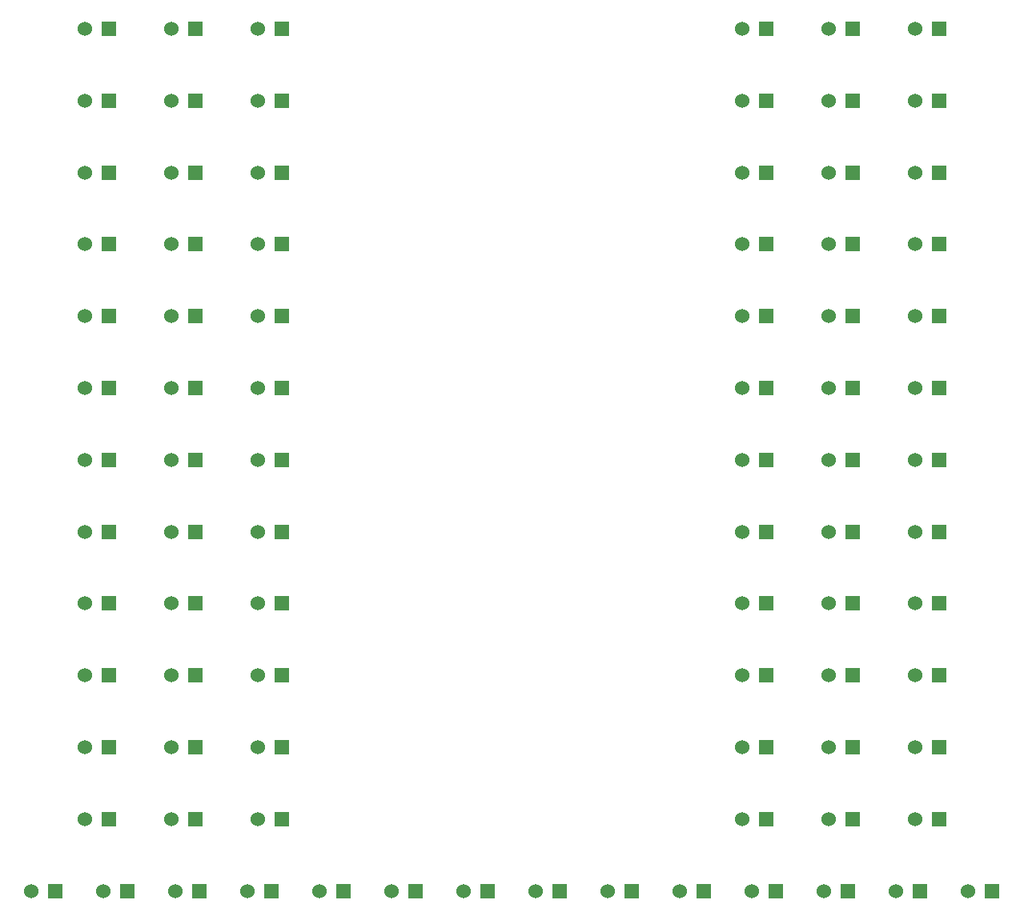
<source format=gbr>
G04 start of page 6 for group 9 layer_idx 0 *
G04 Title: liplight-art, bottom_mask *
G04 Creator: pcb-rnd 1.2.4 *
G04 CreationDate: 2017-09-08 03:23:09 UTC *
G04 For:  *
G04 Format: Gerber/RS-274X *
G04 PCB-Dimensions: 506299 506299 *
G04 PCB-Coordinate-Origin: lower left *
%MOIN*%
%FSLAX25Y25*%
%LNBOTTOMMASK*%
%ADD23C,0.0600*%
%ADD22C,0.0001*%
G54D22*G36*
X111409Y175441D02*Y169441D01*
X117409D01*
Y175441D01*
X111409D01*
G37*
G54D23*X104409Y172441D03*
G54D22*G36*
X111409Y205362D02*Y199362D01*
X117409D01*
Y205362D01*
X111409D01*
G37*
G54D23*X104409Y202362D03*
G54D22*G36*
X111409Y235283D02*Y229283D01*
X117409D01*
Y235283D01*
X111409D01*
G37*
G54D23*X104409Y232283D03*
G54D22*G36*
X111409Y265205D02*Y259205D01*
X117409D01*
Y265205D01*
X111409D01*
G37*
G54D23*X104409Y262205D03*
G54D22*G36*
X111409Y295126D02*Y289126D01*
X117409D01*
Y295126D01*
X111409D01*
G37*
G54D23*X104409Y292126D03*
G54D22*G36*
X111409Y325047D02*Y319047D01*
X117409D01*
Y325047D01*
X111409D01*
G37*
G36*
Y354969D02*Y348969D01*
X117409D01*
Y354969D01*
X111409D01*
G37*
G36*
Y384890D02*Y378890D01*
X117409D01*
Y384890D01*
X111409D01*
G37*
G36*
Y414811D02*Y408811D01*
X117409D01*
Y414811D01*
X111409D01*
G37*
G36*
Y444732D02*Y438732D01*
X117409D01*
Y444732D01*
X111409D01*
G37*
G54D23*X104409Y322047D03*
Y351969D03*
Y381890D03*
Y411811D03*
Y441732D03*
G54D22*G36*
X183378Y265205D02*Y259205D01*
X189378D01*
Y265205D01*
X183378D01*
G37*
G54D23*X176378Y262205D03*
G54D22*G36*
X183378Y295126D02*Y289126D01*
X189378D01*
Y295126D01*
X183378D01*
G37*
G54D23*X176378Y292126D03*
G54D22*G36*
X183378Y325047D02*Y319047D01*
X189378D01*
Y325047D01*
X183378D01*
G37*
G54D23*X176378Y322047D03*
G54D22*G36*
X183378Y354969D02*Y348969D01*
X189378D01*
Y354969D01*
X183378D01*
G37*
G54D23*X176378Y351969D03*
G54D22*G36*
X183378Y384890D02*Y378890D01*
X189378D01*
Y384890D01*
X183378D01*
G37*
G54D23*X176378Y381890D03*
G54D22*G36*
X183378Y414811D02*Y408811D01*
X189378D01*
Y414811D01*
X183378D01*
G37*
G36*
Y444732D02*Y438732D01*
X189378D01*
Y444732D01*
X183378D01*
G37*
G54D23*X176378Y411811D03*
Y441732D03*
G54D22*G36*
X147394Y265205D02*Y259205D01*
X153394D01*
Y265205D01*
X147394D01*
G37*
G36*
Y295126D02*Y289126D01*
X153394D01*
Y295126D01*
X147394D01*
G37*
G36*
Y325047D02*Y319047D01*
X153394D01*
Y325047D01*
X147394D01*
G37*
G54D23*X140394Y262205D03*
Y292126D03*
Y322047D03*
Y351969D03*
Y381890D03*
Y411811D03*
G54D22*G36*
X147394Y354969D02*Y348969D01*
X153394D01*
Y354969D01*
X147394D01*
G37*
G36*
Y384890D02*Y378890D01*
X153394D01*
Y384890D01*
X147394D01*
G37*
G36*
Y414811D02*Y408811D01*
X153394D01*
Y414811D01*
X147394D01*
G37*
G36*
Y444732D02*Y438732D01*
X153394D01*
Y444732D01*
X147394D01*
G37*
G54D23*X140394Y441732D03*
G54D22*G36*
X89362Y85598D02*Y79598D01*
X95362D01*
Y85598D01*
X89362D01*
G37*
G54D23*X82362Y82598D03*
X112362D03*
G54D22*G36*
X119362Y85598D02*Y79598D01*
X125362D01*
Y85598D01*
X119362D01*
G37*
G36*
X149362D02*Y79598D01*
X155362D01*
Y85598D01*
X149362D01*
G37*
G54D23*X142362Y82598D03*
G54D22*G36*
X111409Y115598D02*Y109598D01*
X117409D01*
Y115598D01*
X111409D01*
G37*
G36*
X147394D02*Y109598D01*
X153394D01*
Y115598D01*
X147394D01*
G37*
G54D23*X140394Y112598D03*
X104409D03*
G54D22*G36*
X111409Y145520D02*Y139520D01*
X117409D01*
Y145520D01*
X111409D01*
G37*
G54D23*X104409Y142520D03*
G54D22*G36*
X147394Y145520D02*Y139520D01*
X153394D01*
Y145520D01*
X147394D01*
G37*
G54D23*X140394Y142520D03*
G54D22*G36*
X147394Y175441D02*Y169441D01*
X153394D01*
Y175441D01*
X147394D01*
G37*
G54D23*X140394Y172441D03*
G54D22*G36*
X147394Y205362D02*Y199362D01*
X153394D01*
Y205362D01*
X147394D01*
G37*
G54D23*X140394Y202362D03*
G54D22*G36*
X147394Y235283D02*Y229283D01*
X153394D01*
Y235283D01*
X147394D01*
G37*
G54D23*X140394Y232283D03*
G54D22*G36*
X183378Y115598D02*Y109598D01*
X189378D01*
Y115598D01*
X183378D01*
G37*
G36*
Y145520D02*Y139520D01*
X189378D01*
Y145520D01*
X183378D01*
G37*
G54D23*X176378Y142520D03*
G54D22*G36*
X183378Y175441D02*Y169441D01*
X189378D01*
Y175441D01*
X183378D01*
G37*
G54D23*X176378Y172441D03*
G54D22*G36*
X183378Y205362D02*Y199362D01*
X189378D01*
Y205362D01*
X183378D01*
G37*
G54D23*X176378Y202362D03*
G54D22*G36*
X183378Y235283D02*Y229283D01*
X189378D01*
Y235283D01*
X183378D01*
G37*
G54D23*X176378Y232283D03*
Y112598D03*
G54D22*G36*
X179362Y85598D02*Y79598D01*
X185362D01*
Y85598D01*
X179362D01*
G37*
G36*
X209362D02*Y79598D01*
X215362D01*
Y85598D01*
X209362D01*
G37*
G54D23*X202362Y82598D03*
X172362D03*
G54D22*G36*
X239362Y85598D02*Y79598D01*
X245362D01*
Y85598D01*
X239362D01*
G37*
G54D23*X232362Y82598D03*
G54D22*G36*
X269362Y85598D02*Y79598D01*
X275362D01*
Y85598D01*
X269362D01*
G37*
G54D23*X262362Y82598D03*
G54D22*G36*
X299362Y85598D02*Y79598D01*
X305362D01*
Y85598D01*
X299362D01*
G37*
G36*
X329362D02*Y79598D01*
X335362D01*
Y85598D01*
X329362D01*
G37*
G54D23*X322362Y82598D03*
X292362D03*
G54D22*G36*
X389362Y85598D02*Y79598D01*
X395362D01*
Y85598D01*
X389362D01*
G37*
G54D23*X382362Y82598D03*
G54D22*G36*
X419362Y85598D02*Y79598D01*
X425362D01*
Y85598D01*
X419362D01*
G37*
G54D23*X412362Y82598D03*
G54D22*G36*
X359362Y85598D02*Y79598D01*
X365362D01*
Y85598D01*
X359362D01*
G37*
G54D23*X352362Y82598D03*
G54D22*G36*
X385346Y115598D02*Y109598D01*
X391346D01*
Y115598D01*
X385346D01*
G37*
G54D23*X378346Y112598D03*
G54D22*G36*
X385346Y145520D02*Y139520D01*
X391346D01*
Y145520D01*
X385346D01*
G37*
G54D23*X378346Y142520D03*
G54D22*G36*
X385346Y175441D02*Y169441D01*
X391346D01*
Y175441D01*
X385346D01*
G37*
G54D23*X378346Y172441D03*
G54D22*G36*
X385346Y205362D02*Y199362D01*
X391346D01*
Y205362D01*
X385346D01*
G37*
G54D23*X378346Y202362D03*
G54D22*G36*
X385346Y235283D02*Y229283D01*
X391346D01*
Y235283D01*
X385346D01*
G37*
G54D23*X378346Y232283D03*
G54D22*G36*
X449362Y85598D02*Y79598D01*
X455362D01*
Y85598D01*
X449362D01*
G37*
G54D23*X442362Y82598D03*
G54D22*G36*
X479362Y85598D02*Y79598D01*
X485362D01*
Y85598D01*
X479362D01*
G37*
G54D23*X472362Y82598D03*
G54D22*G36*
X457315Y115598D02*Y109598D01*
X463315D01*
Y115598D01*
X457315D01*
G37*
G54D23*X450315Y112598D03*
G54D22*G36*
X457315Y145520D02*Y139520D01*
X463315D01*
Y145520D01*
X457315D01*
G37*
G54D23*X450315Y142520D03*
G54D22*G36*
X421331Y115598D02*Y109598D01*
X427331D01*
Y115598D01*
X421331D01*
G37*
G54D23*X414331Y112598D03*
G54D22*G36*
X421331Y145520D02*Y139520D01*
X427331D01*
Y145520D01*
X421331D01*
G37*
G54D23*X414331Y142520D03*
G54D22*G36*
X457315Y175441D02*Y169441D01*
X463315D01*
Y175441D01*
X457315D01*
G37*
G36*
Y205362D02*Y199362D01*
X463315D01*
Y205362D01*
X457315D01*
G37*
G36*
Y235283D02*Y229283D01*
X463315D01*
Y235283D01*
X457315D01*
G37*
G36*
Y265205D02*Y259205D01*
X463315D01*
Y265205D01*
X457315D01*
G37*
G36*
Y354969D02*Y348969D01*
X463315D01*
Y354969D01*
X457315D01*
G37*
G54D23*X450315Y172441D03*
Y202362D03*
Y232283D03*
Y262205D03*
Y351969D03*
G54D22*G36*
X421331Y175441D02*Y169441D01*
X427331D01*
Y175441D01*
X421331D01*
G37*
G54D23*X414331Y172441D03*
G54D22*G36*
X421331Y205362D02*Y199362D01*
X427331D01*
Y205362D01*
X421331D01*
G37*
G54D23*X414331Y202362D03*
G54D22*G36*
X421331Y235283D02*Y229283D01*
X427331D01*
Y235283D01*
X421331D01*
G37*
G54D23*X414331Y232283D03*
G54D22*G36*
X421331Y265205D02*Y259205D01*
X427331D01*
Y265205D01*
X421331D01*
G37*
G54D23*X414331Y262205D03*
G54D22*G36*
X457315Y295126D02*Y289126D01*
X463315D01*
Y295126D01*
X457315D01*
G37*
G36*
Y325047D02*Y319047D01*
X463315D01*
Y325047D01*
X457315D01*
G37*
G54D23*X450315Y322047D03*
Y292126D03*
G54D22*G36*
X421331Y295126D02*Y289126D01*
X427331D01*
Y295126D01*
X421331D01*
G37*
G54D23*X414331Y292126D03*
G54D22*G36*
X421331Y325047D02*Y319047D01*
X427331D01*
Y325047D01*
X421331D01*
G37*
G54D23*X414331Y322047D03*
G54D22*G36*
X421331Y354969D02*Y348969D01*
X427331D01*
Y354969D01*
X421331D01*
G37*
G54D23*X414331Y351969D03*
G54D22*G36*
X385346Y265205D02*Y259205D01*
X391346D01*
Y265205D01*
X385346D01*
G37*
G36*
Y295126D02*Y289126D01*
X391346D01*
Y295126D01*
X385346D01*
G37*
G36*
Y325047D02*Y319047D01*
X391346D01*
Y325047D01*
X385346D01*
G37*
G54D23*X378346Y262205D03*
Y292126D03*
Y322047D03*
Y351969D03*
Y381890D03*
Y411811D03*
G54D22*G36*
X385346Y354969D02*Y348969D01*
X391346D01*
Y354969D01*
X385346D01*
G37*
G36*
Y384890D02*Y378890D01*
X391346D01*
Y384890D01*
X385346D01*
G37*
G36*
Y414811D02*Y408811D01*
X391346D01*
Y414811D01*
X385346D01*
G37*
G36*
Y444732D02*Y438732D01*
X391346D01*
Y444732D01*
X385346D01*
G37*
G54D23*X378346Y441732D03*
G54D22*G36*
X457315Y384890D02*Y378890D01*
X463315D01*
Y384890D01*
X457315D01*
G37*
G36*
Y414811D02*Y408811D01*
X463315D01*
Y414811D01*
X457315D01*
G37*
G36*
Y444732D02*Y438732D01*
X463315D01*
Y444732D01*
X457315D01*
G37*
G54D23*X450315Y441732D03*
Y381890D03*
Y411811D03*
G54D22*G36*
X421331Y384890D02*Y378890D01*
X427331D01*
Y384890D01*
X421331D01*
G37*
G36*
Y414811D02*Y408811D01*
X427331D01*
Y414811D01*
X421331D01*
G37*
G54D23*X414331Y411811D03*
G54D22*G36*
X421331Y444732D02*Y438732D01*
X427331D01*
Y444732D01*
X421331D01*
G37*
G54D23*X414331Y441732D03*
Y381890D03*
M02*

</source>
